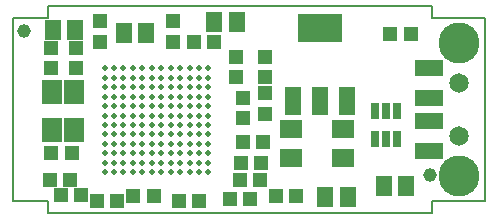
<source format=gbr>
%FSLAX25Y25*%
%MOIN*%
G04 EasyPC Gerber Version 18.0.8 Build 3632 *
%ADD112R,0.02962X0.05324*%
%ADD104R,0.04537X0.04931*%
%ADD99R,0.04734X0.04852*%
%ADD96R,0.04931X0.04537*%
%ADD102R,0.05400X0.09400*%
%ADD97R,0.05718X0.06506*%
%ADD109R,0.06506X0.08080*%
%ADD106R,0.09261X0.05324*%
%ADD103R,0.14773X0.09261*%
%ADD10C,0.00500*%
%ADD101C,0.01978*%
%ADD111C,0.04537*%
%ADD108C,0.06518*%
%ADD105R,0.04931X0.04537*%
%ADD98R,0.04852X0.04734*%
%ADD100R,0.04537X0.04931*%
%ADD107C,0.13655*%
%ADD110R,0.07687X0.06112*%
X0Y0D02*
D02*
D10*
X166667Y14305D02*
X38814D01*
Y18242*
X27003*
Y79462*
X38814*
Y83399*
X166667*
Y79462*
X184423*
Y18242*
X166667*
Y14305*
D02*
D96*
X43021Y20395D03*
X49714D03*
X99383Y19029D03*
X103911Y37927D03*
X106076Y19029D03*
X110604Y37927D03*
X152952Y74007D03*
X159645D03*
D02*
D97*
X40354Y75385D03*
X47834D03*
X64147Y74147D03*
X71628D03*
X94291Y77887D03*
X101771D03*
X131299Y19480D03*
X138779D03*
X150787Y23417D03*
X158267D03*
D02*
D98*
X56273Y71293D03*
Y78183D03*
X80486Y71293D03*
Y78183D03*
X101352Y59482D03*
Y66372D03*
X111194Y47474D03*
Y54364D03*
D02*
D99*
X39836Y34383D03*
X46726D03*
X54994Y18439D03*
X61883D03*
X82356D03*
X89246D03*
X114639Y20013D03*
X121529D03*
D02*
D100*
X103911Y45998D03*
Y52691D03*
D02*
D101*
X57651Y27887D03*
Y31037D03*
Y34187D03*
Y37336D03*
Y40486D03*
Y43635D03*
Y46785D03*
Y49935D03*
Y53084D03*
Y56234D03*
Y59383D03*
Y62533D03*
X60801Y27887D03*
Y31037D03*
Y34187D03*
Y37336D03*
Y40486D03*
Y43635D03*
Y46785D03*
Y49935D03*
Y53084D03*
Y56234D03*
Y59383D03*
Y62533D03*
X63950Y27887D03*
Y31037D03*
Y34187D03*
Y37336D03*
Y40486D03*
Y43635D03*
Y46785D03*
Y49935D03*
Y53084D03*
Y56234D03*
Y59383D03*
Y62533D03*
X67100Y27887D03*
Y31037D03*
Y34187D03*
Y37336D03*
Y40486D03*
Y43635D03*
Y46785D03*
Y49935D03*
Y53084D03*
Y56234D03*
Y59383D03*
Y62533D03*
X70250Y27887D03*
Y31037D03*
Y34187D03*
Y37336D03*
Y40486D03*
Y43635D03*
Y46785D03*
Y49935D03*
Y53084D03*
Y56234D03*
Y59383D03*
Y62533D03*
X73399Y27887D03*
Y31037D03*
Y34187D03*
Y37336D03*
Y40486D03*
Y43635D03*
Y46785D03*
Y49935D03*
Y53084D03*
Y56234D03*
Y59383D03*
Y62533D03*
X76549Y27887D03*
Y31037D03*
Y34187D03*
Y37336D03*
Y40486D03*
Y43635D03*
Y46785D03*
Y49935D03*
Y53084D03*
Y56234D03*
Y59383D03*
Y62533D03*
X79698Y27887D03*
Y31037D03*
Y34187D03*
Y37336D03*
Y40486D03*
Y43635D03*
Y46785D03*
Y49935D03*
Y53084D03*
Y56234D03*
Y59383D03*
Y62533D03*
X82848Y27887D03*
Y31037D03*
Y34187D03*
Y37336D03*
Y40486D03*
Y43635D03*
Y46785D03*
Y49935D03*
Y53084D03*
Y56234D03*
Y59383D03*
Y62533D03*
X85998Y27887D03*
Y31037D03*
Y34187D03*
Y37336D03*
Y40486D03*
Y43635D03*
Y46785D03*
Y49935D03*
Y53084D03*
Y56234D03*
Y59383D03*
Y62533D03*
X89147Y27887D03*
Y31037D03*
Y34187D03*
Y37336D03*
Y40486D03*
Y43635D03*
Y46785D03*
Y49935D03*
Y53084D03*
Y56234D03*
Y59383D03*
Y62533D03*
X92297Y27887D03*
Y31037D03*
Y34187D03*
Y37336D03*
Y40486D03*
Y43635D03*
Y46785D03*
Y49935D03*
Y53084D03*
Y56234D03*
Y59383D03*
Y62533D03*
D02*
D102*
X120402Y51711D03*
X129502D03*
X138602D03*
D02*
D103*
X129502Y76112D03*
D02*
D104*
X39344Y25328D03*
X46037D03*
X67297Y20013D03*
X73990D03*
X87572Y71391D03*
X94265D03*
X102730Y25328D03*
X103124Y31037D03*
X109423Y25328D03*
X109817Y31037D03*
D02*
D105*
X39935Y62730D03*
Y69423D03*
X48006Y62730D03*
Y69423D03*
X111194Y59777D03*
Y66470D03*
D02*
D106*
X165919Y35072D03*
Y44915D03*
Y52789D03*
Y62631D03*
D02*
D107*
X175761Y26805D03*
Y70899D03*
D02*
D108*
Y39946D03*
Y57757D03*
D02*
D109*
X40106Y42077D03*
Y54705D03*
X47383Y42077D03*
Y54705D03*
D02*
D110*
X119856Y32809D03*
Y42257D03*
X137179Y32809D03*
Y42257D03*
D02*
D111*
X30683Y74992D03*
X166023Y26960D03*
D02*
D112*
X147809Y39108D03*
Y48163D03*
X151549Y39108D03*
Y48163D03*
X155289Y39108D03*
Y48163D03*
X0Y0D02*
M02*

</source>
